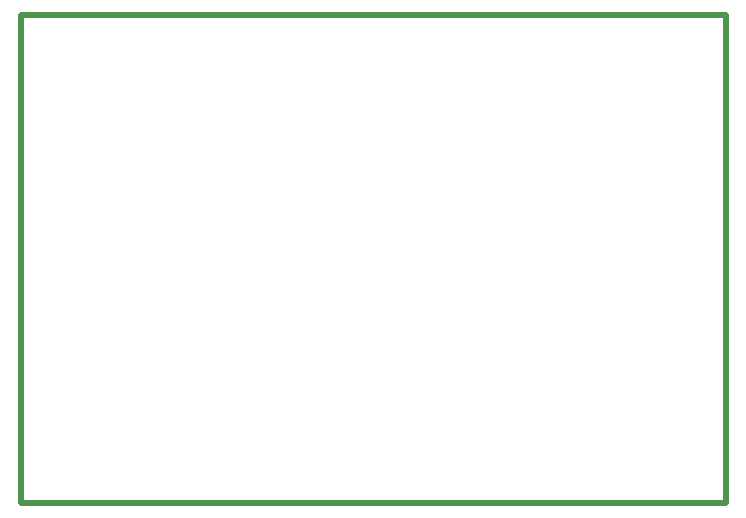
<source format=gko>
%FSLAX25Y25*%
%MOIN*%
G70*
G01*
G75*
G04 Layer_Color=16711935*
%ADD10R,0.02362X0.08661*%
%ADD11R,0.02362X0.08661*%
%ADD12R,0.02362X0.02362*%
%ADD13R,0.03543X0.02953*%
%ADD14R,0.02953X0.03543*%
%ADD15O,0.02165X0.06890*%
%ADD16O,0.06890X0.02165*%
%ADD17R,0.04134X0.05906*%
%ADD18R,0.02362X0.04134*%
%ADD19R,0.03937X0.09843*%
%ADD20O,0.08268X0.01772*%
%ADD21R,0.02756X0.03543*%
%ADD22R,0.03150X0.03740*%
%ADD23R,0.04331X0.07480*%
%ADD24O,0.03150X0.01181*%
%ADD25O,0.01181X0.03150*%
%ADD26R,0.05906X0.17716*%
%ADD27R,0.04331X0.07480*%
%ADD28C,0.01200*%
%ADD29C,0.01000*%
%ADD30C,0.02000*%
%ADD31C,0.19685*%
%ADD32C,0.04921*%
%ADD33R,0.04921X0.04921*%
%ADD34R,0.09055X0.09055*%
%ADD35C,0.09055*%
G04:AMPARAMS|DCode=36|XSize=196.85mil|YSize=137.8mil|CornerRadius=0mil|HoleSize=0mil|Usage=FLASHONLY|Rotation=270.000|XOffset=0mil|YOffset=0mil|HoleType=Round|Shape=Octagon|*
%AMOCTAGOND36*
4,1,8,-0.03445,-0.09843,0.03445,-0.09843,0.06890,-0.06398,0.06890,0.06398,0.03445,0.09843,-0.03445,0.09843,-0.06890,0.06398,-0.06890,-0.06398,-0.03445,-0.09843,0.0*
%
%ADD36OCTAGOND36*%

G04:AMPARAMS|DCode=37|XSize=196.85mil|YSize=137.8mil|CornerRadius=0mil|HoleSize=0mil|Usage=FLASHONLY|Rotation=0.000|XOffset=0mil|YOffset=0mil|HoleType=Round|Shape=Octagon|*
%AMOCTAGOND37*
4,1,8,0.09843,-0.03445,0.09843,0.03445,0.06398,0.06890,-0.06398,0.06890,-0.09843,0.03445,-0.09843,-0.03445,-0.06398,-0.06890,0.06398,-0.06890,0.09843,-0.03445,0.0*
%
%ADD37OCTAGOND37*%

%ADD38R,0.05906X0.05906*%
%ADD39C,0.05906*%
%ADD40C,0.06000*%
%ADD41C,0.13780*%
%ADD42C,0.02400*%
%ADD43C,0.00984*%
%ADD44C,0.00787*%
%ADD45C,0.02362*%
%ADD46C,0.00800*%
%ADD47C,0.00700*%
%ADD48C,0.00500*%
%ADD49C,0.00492*%
%ADD50C,0.00591*%
%ADD51R,0.03162X0.09461*%
%ADD52R,0.03162X0.09461*%
%ADD53R,0.03162X0.03162*%
%ADD54R,0.04343X0.03753*%
%ADD55R,0.03753X0.04343*%
%ADD56O,0.03165X0.07890*%
%ADD57O,0.07890X0.03165*%
%ADD58R,0.04934X0.06706*%
%ADD59R,0.03162X0.04934*%
%ADD60R,0.04737X0.10642*%
%ADD61O,0.09068X0.02572*%
%ADD62R,0.03556X0.04343*%
%ADD63R,0.03950X0.04540*%
%ADD64R,0.05131X0.08280*%
%ADD65O,0.03950X0.01981*%
%ADD66O,0.01981X0.03950*%
%ADD67R,0.06706X0.18517*%
%ADD68R,0.05131X0.08280*%
%ADD69C,0.20485*%
%ADD70C,0.05721*%
%ADD71R,0.05721X0.05721*%
%ADD72R,0.09855X0.09855*%
%ADD73C,0.09855*%
G04:AMPARAMS|DCode=74|XSize=204.85mil|YSize=145.79mil|CornerRadius=0mil|HoleSize=0mil|Usage=FLASHONLY|Rotation=270.000|XOffset=0mil|YOffset=0mil|HoleType=Round|Shape=Octagon|*
%AMOCTAGOND74*
4,1,8,-0.03645,-0.10243,0.03645,-0.10243,0.07290,-0.06598,0.07290,0.06598,0.03645,0.10243,-0.03645,0.10243,-0.07290,0.06598,-0.07290,-0.06598,-0.03645,-0.10243,0.0*
%
%ADD74OCTAGOND74*%

G04:AMPARAMS|DCode=75|XSize=204.85mil|YSize=145.79mil|CornerRadius=0mil|HoleSize=0mil|Usage=FLASHONLY|Rotation=0.000|XOffset=0mil|YOffset=0mil|HoleType=Round|Shape=Octagon|*
%AMOCTAGOND75*
4,1,8,0.10243,-0.03645,0.10243,0.03645,0.06598,0.07290,-0.06598,0.07290,-0.10243,0.03645,-0.10243,-0.03645,-0.06598,-0.07290,0.06598,-0.07290,0.10243,-0.03645,0.0*
%
%ADD75OCTAGOND75*%

%ADD76R,0.06706X0.06706*%
%ADD77C,0.06706*%
%ADD78C,0.06800*%
%ADD79C,0.14579*%
D30*
X658000Y710000D02*
Y872500D01*
X423000Y710000D02*
X658000D01*
X423000D02*
Y872500D01*
X658000D01*
M02*

</source>
